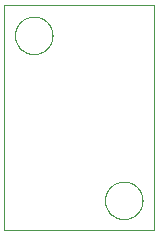
<source format=gbp>
G75*
%MOIN*%
%OFA0B0*%
%FSLAX25Y25*%
%IPPOS*%
%LPD*%
%AMOC8*
5,1,8,0,0,1.08239X$1,22.5*
%
%ADD10C,0.00000*%
D10*
X0001655Y0001500D02*
X0001655Y0076500D01*
X0051655Y0076500D01*
X0051655Y0001500D01*
X0001655Y0001500D01*
X0035405Y0011500D02*
X0035407Y0011658D01*
X0035413Y0011815D01*
X0035423Y0011973D01*
X0035437Y0012130D01*
X0035455Y0012286D01*
X0035476Y0012443D01*
X0035502Y0012598D01*
X0035532Y0012753D01*
X0035565Y0012907D01*
X0035603Y0013060D01*
X0035644Y0013213D01*
X0035689Y0013364D01*
X0035738Y0013514D01*
X0035791Y0013662D01*
X0035847Y0013810D01*
X0035908Y0013955D01*
X0035971Y0014100D01*
X0036039Y0014242D01*
X0036110Y0014383D01*
X0036184Y0014522D01*
X0036262Y0014659D01*
X0036344Y0014794D01*
X0036428Y0014927D01*
X0036517Y0015058D01*
X0036608Y0015186D01*
X0036703Y0015313D01*
X0036800Y0015436D01*
X0036901Y0015558D01*
X0037005Y0015676D01*
X0037112Y0015792D01*
X0037222Y0015905D01*
X0037334Y0016016D01*
X0037450Y0016123D01*
X0037568Y0016228D01*
X0037688Y0016330D01*
X0037811Y0016428D01*
X0037937Y0016524D01*
X0038065Y0016616D01*
X0038195Y0016705D01*
X0038327Y0016791D01*
X0038462Y0016873D01*
X0038599Y0016952D01*
X0038737Y0017027D01*
X0038877Y0017099D01*
X0039020Y0017167D01*
X0039163Y0017232D01*
X0039309Y0017293D01*
X0039456Y0017350D01*
X0039604Y0017404D01*
X0039754Y0017454D01*
X0039904Y0017500D01*
X0040056Y0017542D01*
X0040209Y0017581D01*
X0040363Y0017615D01*
X0040518Y0017646D01*
X0040673Y0017672D01*
X0040829Y0017695D01*
X0040986Y0017714D01*
X0041143Y0017729D01*
X0041300Y0017740D01*
X0041458Y0017747D01*
X0041616Y0017750D01*
X0041773Y0017749D01*
X0041931Y0017744D01*
X0042088Y0017735D01*
X0042246Y0017722D01*
X0042402Y0017705D01*
X0042559Y0017684D01*
X0042714Y0017660D01*
X0042869Y0017631D01*
X0043024Y0017598D01*
X0043177Y0017562D01*
X0043330Y0017521D01*
X0043481Y0017477D01*
X0043631Y0017429D01*
X0043780Y0017378D01*
X0043928Y0017322D01*
X0044074Y0017263D01*
X0044219Y0017200D01*
X0044362Y0017133D01*
X0044503Y0017063D01*
X0044642Y0016990D01*
X0044780Y0016913D01*
X0044916Y0016832D01*
X0045049Y0016748D01*
X0045180Y0016661D01*
X0045309Y0016570D01*
X0045436Y0016476D01*
X0045561Y0016379D01*
X0045682Y0016279D01*
X0045802Y0016176D01*
X0045918Y0016070D01*
X0046032Y0015961D01*
X0046144Y0015849D01*
X0046252Y0015735D01*
X0046357Y0015617D01*
X0046460Y0015497D01*
X0046559Y0015375D01*
X0046655Y0015250D01*
X0046748Y0015122D01*
X0046838Y0014993D01*
X0046924Y0014861D01*
X0047008Y0014727D01*
X0047087Y0014591D01*
X0047164Y0014453D01*
X0047236Y0014313D01*
X0047305Y0014171D01*
X0047371Y0014028D01*
X0047433Y0013883D01*
X0047491Y0013736D01*
X0047546Y0013588D01*
X0047597Y0013439D01*
X0047644Y0013288D01*
X0047687Y0013137D01*
X0047726Y0012984D01*
X0047762Y0012830D01*
X0047793Y0012676D01*
X0047821Y0012521D01*
X0047845Y0012365D01*
X0047865Y0012208D01*
X0047881Y0012051D01*
X0047893Y0011894D01*
X0047901Y0011737D01*
X0047905Y0011579D01*
X0047905Y0011421D01*
X0047901Y0011263D01*
X0047893Y0011106D01*
X0047881Y0010949D01*
X0047865Y0010792D01*
X0047845Y0010635D01*
X0047821Y0010479D01*
X0047793Y0010324D01*
X0047762Y0010170D01*
X0047726Y0010016D01*
X0047687Y0009863D01*
X0047644Y0009712D01*
X0047597Y0009561D01*
X0047546Y0009412D01*
X0047491Y0009264D01*
X0047433Y0009117D01*
X0047371Y0008972D01*
X0047305Y0008829D01*
X0047236Y0008687D01*
X0047164Y0008547D01*
X0047087Y0008409D01*
X0047008Y0008273D01*
X0046924Y0008139D01*
X0046838Y0008007D01*
X0046748Y0007878D01*
X0046655Y0007750D01*
X0046559Y0007625D01*
X0046460Y0007503D01*
X0046357Y0007383D01*
X0046252Y0007265D01*
X0046144Y0007151D01*
X0046032Y0007039D01*
X0045918Y0006930D01*
X0045802Y0006824D01*
X0045682Y0006721D01*
X0045561Y0006621D01*
X0045436Y0006524D01*
X0045309Y0006430D01*
X0045180Y0006339D01*
X0045049Y0006252D01*
X0044916Y0006168D01*
X0044780Y0006087D01*
X0044642Y0006010D01*
X0044503Y0005937D01*
X0044362Y0005867D01*
X0044219Y0005800D01*
X0044074Y0005737D01*
X0043928Y0005678D01*
X0043780Y0005622D01*
X0043631Y0005571D01*
X0043481Y0005523D01*
X0043330Y0005479D01*
X0043177Y0005438D01*
X0043024Y0005402D01*
X0042869Y0005369D01*
X0042714Y0005340D01*
X0042559Y0005316D01*
X0042402Y0005295D01*
X0042246Y0005278D01*
X0042088Y0005265D01*
X0041931Y0005256D01*
X0041773Y0005251D01*
X0041616Y0005250D01*
X0041458Y0005253D01*
X0041300Y0005260D01*
X0041143Y0005271D01*
X0040986Y0005286D01*
X0040829Y0005305D01*
X0040673Y0005328D01*
X0040518Y0005354D01*
X0040363Y0005385D01*
X0040209Y0005419D01*
X0040056Y0005458D01*
X0039904Y0005500D01*
X0039754Y0005546D01*
X0039604Y0005596D01*
X0039456Y0005650D01*
X0039309Y0005707D01*
X0039163Y0005768D01*
X0039020Y0005833D01*
X0038877Y0005901D01*
X0038737Y0005973D01*
X0038599Y0006048D01*
X0038462Y0006127D01*
X0038327Y0006209D01*
X0038195Y0006295D01*
X0038065Y0006384D01*
X0037937Y0006476D01*
X0037811Y0006572D01*
X0037688Y0006670D01*
X0037568Y0006772D01*
X0037450Y0006877D01*
X0037334Y0006984D01*
X0037222Y0007095D01*
X0037112Y0007208D01*
X0037005Y0007324D01*
X0036901Y0007442D01*
X0036800Y0007564D01*
X0036703Y0007687D01*
X0036608Y0007814D01*
X0036517Y0007942D01*
X0036428Y0008073D01*
X0036344Y0008206D01*
X0036262Y0008341D01*
X0036184Y0008478D01*
X0036110Y0008617D01*
X0036039Y0008758D01*
X0035971Y0008900D01*
X0035908Y0009045D01*
X0035847Y0009190D01*
X0035791Y0009338D01*
X0035738Y0009486D01*
X0035689Y0009636D01*
X0035644Y0009787D01*
X0035603Y0009940D01*
X0035565Y0010093D01*
X0035532Y0010247D01*
X0035502Y0010402D01*
X0035476Y0010557D01*
X0035455Y0010714D01*
X0035437Y0010870D01*
X0035423Y0011027D01*
X0035413Y0011185D01*
X0035407Y0011342D01*
X0035405Y0011500D01*
X0005405Y0066500D02*
X0005407Y0066658D01*
X0005413Y0066815D01*
X0005423Y0066973D01*
X0005437Y0067130D01*
X0005455Y0067286D01*
X0005476Y0067443D01*
X0005502Y0067598D01*
X0005532Y0067753D01*
X0005565Y0067907D01*
X0005603Y0068060D01*
X0005644Y0068213D01*
X0005689Y0068364D01*
X0005738Y0068514D01*
X0005791Y0068662D01*
X0005847Y0068810D01*
X0005908Y0068955D01*
X0005971Y0069100D01*
X0006039Y0069242D01*
X0006110Y0069383D01*
X0006184Y0069522D01*
X0006262Y0069659D01*
X0006344Y0069794D01*
X0006428Y0069927D01*
X0006517Y0070058D01*
X0006608Y0070186D01*
X0006703Y0070313D01*
X0006800Y0070436D01*
X0006901Y0070558D01*
X0007005Y0070676D01*
X0007112Y0070792D01*
X0007222Y0070905D01*
X0007334Y0071016D01*
X0007450Y0071123D01*
X0007568Y0071228D01*
X0007688Y0071330D01*
X0007811Y0071428D01*
X0007937Y0071524D01*
X0008065Y0071616D01*
X0008195Y0071705D01*
X0008327Y0071791D01*
X0008462Y0071873D01*
X0008599Y0071952D01*
X0008737Y0072027D01*
X0008877Y0072099D01*
X0009020Y0072167D01*
X0009163Y0072232D01*
X0009309Y0072293D01*
X0009456Y0072350D01*
X0009604Y0072404D01*
X0009754Y0072454D01*
X0009904Y0072500D01*
X0010056Y0072542D01*
X0010209Y0072581D01*
X0010363Y0072615D01*
X0010518Y0072646D01*
X0010673Y0072672D01*
X0010829Y0072695D01*
X0010986Y0072714D01*
X0011143Y0072729D01*
X0011300Y0072740D01*
X0011458Y0072747D01*
X0011616Y0072750D01*
X0011773Y0072749D01*
X0011931Y0072744D01*
X0012088Y0072735D01*
X0012246Y0072722D01*
X0012402Y0072705D01*
X0012559Y0072684D01*
X0012714Y0072660D01*
X0012869Y0072631D01*
X0013024Y0072598D01*
X0013177Y0072562D01*
X0013330Y0072521D01*
X0013481Y0072477D01*
X0013631Y0072429D01*
X0013780Y0072378D01*
X0013928Y0072322D01*
X0014074Y0072263D01*
X0014219Y0072200D01*
X0014362Y0072133D01*
X0014503Y0072063D01*
X0014642Y0071990D01*
X0014780Y0071913D01*
X0014916Y0071832D01*
X0015049Y0071748D01*
X0015180Y0071661D01*
X0015309Y0071570D01*
X0015436Y0071476D01*
X0015561Y0071379D01*
X0015682Y0071279D01*
X0015802Y0071176D01*
X0015918Y0071070D01*
X0016032Y0070961D01*
X0016144Y0070849D01*
X0016252Y0070735D01*
X0016357Y0070617D01*
X0016460Y0070497D01*
X0016559Y0070375D01*
X0016655Y0070250D01*
X0016748Y0070122D01*
X0016838Y0069993D01*
X0016924Y0069861D01*
X0017008Y0069727D01*
X0017087Y0069591D01*
X0017164Y0069453D01*
X0017236Y0069313D01*
X0017305Y0069171D01*
X0017371Y0069028D01*
X0017433Y0068883D01*
X0017491Y0068736D01*
X0017546Y0068588D01*
X0017597Y0068439D01*
X0017644Y0068288D01*
X0017687Y0068137D01*
X0017726Y0067984D01*
X0017762Y0067830D01*
X0017793Y0067676D01*
X0017821Y0067521D01*
X0017845Y0067365D01*
X0017865Y0067208D01*
X0017881Y0067051D01*
X0017893Y0066894D01*
X0017901Y0066737D01*
X0017905Y0066579D01*
X0017905Y0066421D01*
X0017901Y0066263D01*
X0017893Y0066106D01*
X0017881Y0065949D01*
X0017865Y0065792D01*
X0017845Y0065635D01*
X0017821Y0065479D01*
X0017793Y0065324D01*
X0017762Y0065170D01*
X0017726Y0065016D01*
X0017687Y0064863D01*
X0017644Y0064712D01*
X0017597Y0064561D01*
X0017546Y0064412D01*
X0017491Y0064264D01*
X0017433Y0064117D01*
X0017371Y0063972D01*
X0017305Y0063829D01*
X0017236Y0063687D01*
X0017164Y0063547D01*
X0017087Y0063409D01*
X0017008Y0063273D01*
X0016924Y0063139D01*
X0016838Y0063007D01*
X0016748Y0062878D01*
X0016655Y0062750D01*
X0016559Y0062625D01*
X0016460Y0062503D01*
X0016357Y0062383D01*
X0016252Y0062265D01*
X0016144Y0062151D01*
X0016032Y0062039D01*
X0015918Y0061930D01*
X0015802Y0061824D01*
X0015682Y0061721D01*
X0015561Y0061621D01*
X0015436Y0061524D01*
X0015309Y0061430D01*
X0015180Y0061339D01*
X0015049Y0061252D01*
X0014916Y0061168D01*
X0014780Y0061087D01*
X0014642Y0061010D01*
X0014503Y0060937D01*
X0014362Y0060867D01*
X0014219Y0060800D01*
X0014074Y0060737D01*
X0013928Y0060678D01*
X0013780Y0060622D01*
X0013631Y0060571D01*
X0013481Y0060523D01*
X0013330Y0060479D01*
X0013177Y0060438D01*
X0013024Y0060402D01*
X0012869Y0060369D01*
X0012714Y0060340D01*
X0012559Y0060316D01*
X0012402Y0060295D01*
X0012246Y0060278D01*
X0012088Y0060265D01*
X0011931Y0060256D01*
X0011773Y0060251D01*
X0011616Y0060250D01*
X0011458Y0060253D01*
X0011300Y0060260D01*
X0011143Y0060271D01*
X0010986Y0060286D01*
X0010829Y0060305D01*
X0010673Y0060328D01*
X0010518Y0060354D01*
X0010363Y0060385D01*
X0010209Y0060419D01*
X0010056Y0060458D01*
X0009904Y0060500D01*
X0009754Y0060546D01*
X0009604Y0060596D01*
X0009456Y0060650D01*
X0009309Y0060707D01*
X0009163Y0060768D01*
X0009020Y0060833D01*
X0008877Y0060901D01*
X0008737Y0060973D01*
X0008599Y0061048D01*
X0008462Y0061127D01*
X0008327Y0061209D01*
X0008195Y0061295D01*
X0008065Y0061384D01*
X0007937Y0061476D01*
X0007811Y0061572D01*
X0007688Y0061670D01*
X0007568Y0061772D01*
X0007450Y0061877D01*
X0007334Y0061984D01*
X0007222Y0062095D01*
X0007112Y0062208D01*
X0007005Y0062324D01*
X0006901Y0062442D01*
X0006800Y0062564D01*
X0006703Y0062687D01*
X0006608Y0062814D01*
X0006517Y0062942D01*
X0006428Y0063073D01*
X0006344Y0063206D01*
X0006262Y0063341D01*
X0006184Y0063478D01*
X0006110Y0063617D01*
X0006039Y0063758D01*
X0005971Y0063900D01*
X0005908Y0064045D01*
X0005847Y0064190D01*
X0005791Y0064338D01*
X0005738Y0064486D01*
X0005689Y0064636D01*
X0005644Y0064787D01*
X0005603Y0064940D01*
X0005565Y0065093D01*
X0005532Y0065247D01*
X0005502Y0065402D01*
X0005476Y0065557D01*
X0005455Y0065714D01*
X0005437Y0065870D01*
X0005423Y0066027D01*
X0005413Y0066185D01*
X0005407Y0066342D01*
X0005405Y0066500D01*
M02*

</source>
